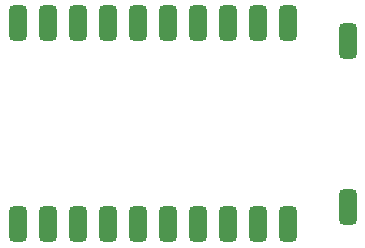
<source format=gbr>
%TF.GenerationSoftware,KiCad,Pcbnew,5.99.0-unknown-881cb3182b~117~ubuntu18.04.1*%
%TF.CreationDate,2021-02-21T21:18:57+01:00*%
%TF.ProjectId,stanislao_nrf,7374616e-6973-46c6-916f-5f6e72662e6b,rev?*%
%TF.SameCoordinates,Original*%
%TF.FileFunction,Paste,Bot*%
%TF.FilePolarity,Positive*%
%FSLAX46Y46*%
G04 Gerber Fmt 4.6, Leading zero omitted, Abs format (unit mm)*
G04 Created by KiCad (PCBNEW 5.99.0-unknown-881cb3182b~117~ubuntu18.04.1) date 2021-02-21 21:18:57*
%MOMM*%
%LPD*%
G01*
G04 APERTURE LIST*
G04 Aperture macros list*
%AMRoundRect*
0 Rectangle with rounded corners*
0 $1 Rounding radius*
0 $2 $3 $4 $5 $6 $7 $8 $9 X,Y pos of 4 corners*
0 Add a 4 corners polygon primitive as box body*
4,1,4,$2,$3,$4,$5,$6,$7,$8,$9,$2,$3,0*
0 Add four circle primitives for the rounded corners*
1,1,$1+$1,$2,$3*
1,1,$1+$1,$4,$5*
1,1,$1+$1,$6,$7*
1,1,$1+$1,$8,$9*
0 Add four rect primitives between the rounded corners*
20,1,$1+$1,$2,$3,$4,$5,0*
20,1,$1+$1,$4,$5,$6,$7,0*
20,1,$1+$1,$6,$7,$8,$9,0*
20,1,$1+$1,$8,$9,$2,$3,0*%
G04 Aperture macros list end*
%ADD10RoundRect,0.377000X-0.377000X1.131000X-0.377000X-1.131000X0.377000X-1.131000X0.377000X1.131000X0*%
G04 APERTURE END LIST*
D10*
%TO.C,U1*%
X76055000Y-61500000D03*
X81135000Y-77000000D03*
X81135000Y-63000000D03*
X73515000Y-61500000D03*
X70975000Y-61500000D03*
X53195000Y-61500000D03*
X53195000Y-78500000D03*
X60815000Y-61500000D03*
X58275000Y-61500000D03*
X55735000Y-61500000D03*
X60815000Y-78500000D03*
X68435000Y-61500000D03*
X65895000Y-61500000D03*
X63355000Y-78500000D03*
X65895000Y-78500000D03*
X68435000Y-78500000D03*
X70975000Y-78500000D03*
X73515000Y-78500000D03*
X76055000Y-78500000D03*
X55735000Y-78500000D03*
X58275000Y-78500000D03*
X63355000Y-61500000D03*
%TD*%
M02*

</source>
